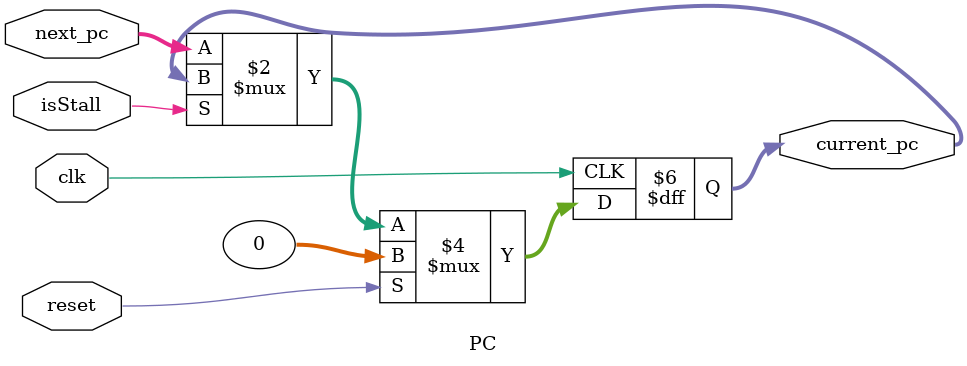
<source format=v>
module PC(input reset,
          input clk,
          input isStall,
          input [31:0] next_pc,
          output reg [31:0] current_pc);

  
    
    always @(posedge clk) begin
        
        if (reset) begin
            current_pc <= 32'b0;
           
        end else begin
            current_pc <= (isStall) ? current_pc:next_pc;
        end
    end
endmodule


</source>
